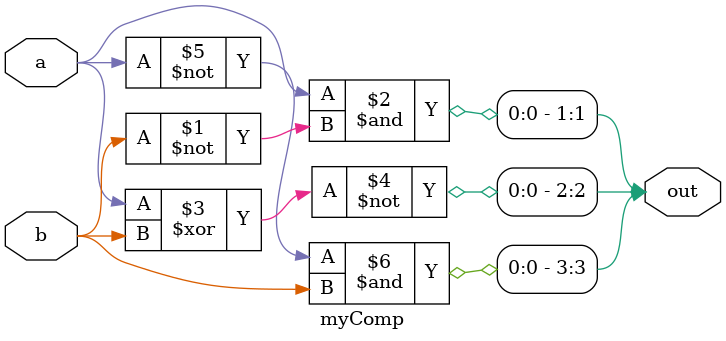
<source format=v>
module myComp(
    input a,
    input b,
    output [1:3] out
);

    assign out[1] = a&(~b);
    assign out[2] = ~(a^b);
    assign out[3] = (~a)&b;

endmodule
</source>
